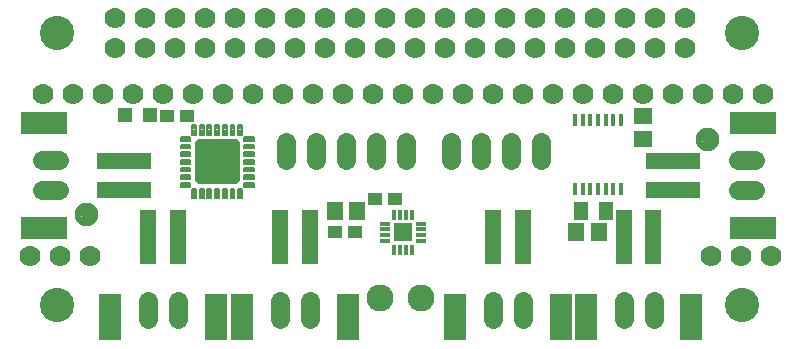
<source format=gbr>
G04 EAGLE Gerber RS-274X export*
G75*
%MOMM*%
%FSLAX34Y34*%
%LPD*%
%INSoldermask Top*%
%IPPOS*%
%AMOC8*
5,1,8,0,0,1.08239X$1,22.5*%
G01*
%ADD10C,2.901600*%
%ADD11C,1.778000*%
%ADD12C,0.180575*%
%ADD13C,0.836350*%
%ADD14R,1.401600X4.601600*%
%ADD15R,1.901600X4.001600*%
%ADD16R,4.601600X1.401600*%
%ADD17R,4.001600X1.901600*%
%ADD18C,1.609600*%
%ADD19C,1.101600*%
%ADD20C,0.500000*%
%ADD21R,0.406400X1.092200*%
%ADD22R,1.301600X1.601600*%
%ADD23R,1.601600X1.341600*%
%ADD24R,1.341600X1.601600*%
%ADD25R,1.601600X1.601600*%
%ADD26R,0.350000X0.880000*%
%ADD27R,0.880000X0.350000*%
%ADD28R,1.176600X1.101600*%
%ADD29C,2.286000*%
%ADD30R,1.301600X1.301600*%


D10*
X35000Y35000D03*
X35000Y265000D03*
X615000Y265000D03*
X615000Y35000D03*
D11*
X83700Y252300D03*
X83700Y277700D03*
X109100Y252300D03*
X109100Y277700D03*
X134500Y252300D03*
X134500Y277700D03*
X159900Y252300D03*
X159900Y277700D03*
X185300Y252300D03*
X185300Y277700D03*
X210700Y252300D03*
X210700Y277700D03*
X236100Y252300D03*
X236100Y277700D03*
X261500Y252300D03*
X261500Y277700D03*
X286900Y252300D03*
X286900Y277700D03*
X312300Y252300D03*
X312300Y277700D03*
X337700Y252300D03*
X337700Y277700D03*
X363100Y252300D03*
X363100Y277700D03*
X388500Y252300D03*
X388500Y277700D03*
X413900Y252300D03*
X413900Y277700D03*
X439300Y252300D03*
X439300Y277700D03*
X464700Y252300D03*
X464700Y277700D03*
X490100Y252300D03*
X490100Y277700D03*
X515500Y252300D03*
X515500Y277700D03*
X540900Y252300D03*
X540900Y277700D03*
X566300Y252300D03*
X566300Y277700D03*
X22860Y213360D03*
X48260Y213360D03*
X73660Y213360D03*
X99060Y213360D03*
X124460Y213360D03*
X149860Y213360D03*
X175260Y213360D03*
X200660Y213360D03*
X226060Y213360D03*
X251460Y213360D03*
X276860Y213360D03*
X302260Y213360D03*
X327660Y213360D03*
X353060Y213360D03*
X378460Y213360D03*
X403860Y213360D03*
X429260Y213360D03*
X454660Y213360D03*
X480060Y213360D03*
X505460Y213360D03*
X530860Y213360D03*
X556260Y213360D03*
X581660Y213360D03*
X607060Y213360D03*
X632460Y213360D03*
D12*
X188075Y187065D02*
X188075Y179355D01*
X188075Y187065D02*
X191285Y187065D01*
X191285Y179355D01*
X188075Y179355D01*
X188075Y181071D02*
X191285Y181071D01*
X191285Y182787D02*
X188075Y182787D01*
X188075Y184503D02*
X191285Y184503D01*
X191285Y186219D02*
X188075Y186219D01*
X181575Y187065D02*
X181575Y179355D01*
X181575Y187065D02*
X184785Y187065D01*
X184785Y179355D01*
X181575Y179355D01*
X181575Y181071D02*
X184785Y181071D01*
X184785Y182787D02*
X181575Y182787D01*
X181575Y184503D02*
X184785Y184503D01*
X184785Y186219D02*
X181575Y186219D01*
X175075Y187065D02*
X175075Y179355D01*
X175075Y187065D02*
X178285Y187065D01*
X178285Y179355D01*
X175075Y179355D01*
X175075Y181071D02*
X178285Y181071D01*
X178285Y182787D02*
X175075Y182787D01*
X175075Y184503D02*
X178285Y184503D01*
X178285Y186219D02*
X175075Y186219D01*
X168575Y187065D02*
X168575Y179355D01*
X168575Y187065D02*
X171785Y187065D01*
X171785Y179355D01*
X168575Y179355D01*
X168575Y181071D02*
X171785Y181071D01*
X171785Y182787D02*
X168575Y182787D01*
X168575Y184503D02*
X171785Y184503D01*
X171785Y186219D02*
X168575Y186219D01*
X162075Y187065D02*
X162075Y179355D01*
X162075Y187065D02*
X165285Y187065D01*
X165285Y179355D01*
X162075Y179355D01*
X162075Y181071D02*
X165285Y181071D01*
X165285Y182787D02*
X162075Y182787D01*
X162075Y184503D02*
X165285Y184503D01*
X165285Y186219D02*
X162075Y186219D01*
X155575Y187065D02*
X155575Y179355D01*
X155575Y187065D02*
X158785Y187065D01*
X158785Y179355D01*
X155575Y179355D01*
X155575Y181071D02*
X158785Y181071D01*
X158785Y182787D02*
X155575Y182787D01*
X155575Y184503D02*
X158785Y184503D01*
X158785Y186219D02*
X155575Y186219D01*
X149075Y187065D02*
X149075Y179355D01*
X149075Y187065D02*
X152285Y187065D01*
X152285Y179355D01*
X149075Y179355D01*
X149075Y181071D02*
X152285Y181071D01*
X152285Y182787D02*
X149075Y182787D01*
X149075Y184503D02*
X152285Y184503D01*
X152285Y186219D02*
X149075Y186219D01*
X139325Y177315D02*
X139325Y174105D01*
X139325Y177315D02*
X147035Y177315D01*
X147035Y174105D01*
X139325Y174105D01*
X139325Y175821D02*
X147035Y175821D01*
X139325Y170815D02*
X139325Y167605D01*
X139325Y170815D02*
X147035Y170815D01*
X147035Y167605D01*
X139325Y167605D01*
X139325Y169321D02*
X147035Y169321D01*
X139325Y164315D02*
X139325Y161105D01*
X139325Y164315D02*
X147035Y164315D01*
X147035Y161105D01*
X139325Y161105D01*
X139325Y162821D02*
X147035Y162821D01*
X139325Y157815D02*
X139325Y154605D01*
X139325Y157815D02*
X147035Y157815D01*
X147035Y154605D01*
X139325Y154605D01*
X139325Y156321D02*
X147035Y156321D01*
X139325Y151315D02*
X139325Y148105D01*
X139325Y151315D02*
X147035Y151315D01*
X147035Y148105D01*
X139325Y148105D01*
X139325Y149821D02*
X147035Y149821D01*
X139325Y144815D02*
X139325Y141605D01*
X139325Y144815D02*
X147035Y144815D01*
X147035Y141605D01*
X139325Y141605D01*
X139325Y143321D02*
X147035Y143321D01*
X139325Y138315D02*
X139325Y135105D01*
X139325Y138315D02*
X147035Y138315D01*
X147035Y135105D01*
X139325Y135105D01*
X139325Y136821D02*
X147035Y136821D01*
X149075Y133065D02*
X149075Y125355D01*
X149075Y133065D02*
X152285Y133065D01*
X152285Y125355D01*
X149075Y125355D01*
X149075Y127071D02*
X152285Y127071D01*
X152285Y128787D02*
X149075Y128787D01*
X149075Y130503D02*
X152285Y130503D01*
X152285Y132219D02*
X149075Y132219D01*
X155575Y133065D02*
X155575Y125355D01*
X155575Y133065D02*
X158785Y133065D01*
X158785Y125355D01*
X155575Y125355D01*
X155575Y127071D02*
X158785Y127071D01*
X158785Y128787D02*
X155575Y128787D01*
X155575Y130503D02*
X158785Y130503D01*
X158785Y132219D02*
X155575Y132219D01*
X162075Y133065D02*
X162075Y125355D01*
X162075Y133065D02*
X165285Y133065D01*
X165285Y125355D01*
X162075Y125355D01*
X162075Y127071D02*
X165285Y127071D01*
X165285Y128787D02*
X162075Y128787D01*
X162075Y130503D02*
X165285Y130503D01*
X165285Y132219D02*
X162075Y132219D01*
X168575Y133065D02*
X168575Y125355D01*
X168575Y133065D02*
X171785Y133065D01*
X171785Y125355D01*
X168575Y125355D01*
X168575Y127071D02*
X171785Y127071D01*
X171785Y128787D02*
X168575Y128787D01*
X168575Y130503D02*
X171785Y130503D01*
X171785Y132219D02*
X168575Y132219D01*
X175075Y133065D02*
X175075Y125355D01*
X175075Y133065D02*
X178285Y133065D01*
X178285Y125355D01*
X175075Y125355D01*
X175075Y127071D02*
X178285Y127071D01*
X178285Y128787D02*
X175075Y128787D01*
X175075Y130503D02*
X178285Y130503D01*
X178285Y132219D02*
X175075Y132219D01*
X181575Y133065D02*
X181575Y125355D01*
X181575Y133065D02*
X184785Y133065D01*
X184785Y125355D01*
X181575Y125355D01*
X181575Y127071D02*
X184785Y127071D01*
X184785Y128787D02*
X181575Y128787D01*
X181575Y130503D02*
X184785Y130503D01*
X184785Y132219D02*
X181575Y132219D01*
X188075Y133065D02*
X188075Y125355D01*
X188075Y133065D02*
X191285Y133065D01*
X191285Y125355D01*
X188075Y125355D01*
X188075Y127071D02*
X191285Y127071D01*
X191285Y128787D02*
X188075Y128787D01*
X188075Y130503D02*
X191285Y130503D01*
X191285Y132219D02*
X188075Y132219D01*
X193325Y135105D02*
X193325Y138315D01*
X201035Y138315D01*
X201035Y135105D01*
X193325Y135105D01*
X193325Y136821D02*
X201035Y136821D01*
X193325Y141605D02*
X193325Y144815D01*
X201035Y144815D01*
X201035Y141605D01*
X193325Y141605D01*
X193325Y143321D02*
X201035Y143321D01*
X193325Y148105D02*
X193325Y151315D01*
X201035Y151315D01*
X201035Y148105D01*
X193325Y148105D01*
X193325Y149821D02*
X201035Y149821D01*
X193325Y154605D02*
X193325Y157815D01*
X201035Y157815D01*
X201035Y154605D01*
X193325Y154605D01*
X193325Y156321D02*
X201035Y156321D01*
X193325Y161105D02*
X193325Y164315D01*
X201035Y164315D01*
X201035Y161105D01*
X193325Y161105D01*
X193325Y162821D02*
X201035Y162821D01*
X193325Y167605D02*
X193325Y170815D01*
X201035Y170815D01*
X201035Y167605D01*
X193325Y167605D01*
X193325Y169321D02*
X201035Y169321D01*
X193325Y174105D02*
X193325Y177315D01*
X201035Y177315D01*
X201035Y174105D01*
X193325Y174105D01*
X193325Y175821D02*
X201035Y175821D01*
D13*
X155354Y171036D02*
X155354Y141384D01*
X155354Y171036D02*
X185006Y171036D01*
X185006Y141384D01*
X155354Y141384D01*
X155354Y149330D02*
X185006Y149330D01*
X185006Y157276D02*
X155354Y157276D01*
X155354Y165222D02*
X185006Y165222D01*
D14*
X539550Y92850D03*
X514550Y92850D03*
D15*
X571550Y24850D03*
X482550Y24850D03*
D14*
X429060Y92850D03*
X404060Y92850D03*
D15*
X461060Y24850D03*
X372060Y24850D03*
D14*
X248720Y92850D03*
X223720Y92850D03*
D15*
X280720Y24850D03*
X191720Y24850D03*
D16*
X91580Y132280D03*
X91580Y157280D03*
D17*
X23580Y100280D03*
X23580Y189280D03*
D14*
X136960Y92850D03*
X111960Y92850D03*
D15*
X168960Y24850D03*
X79960Y24850D03*
D18*
X330200Y157560D02*
X330200Y172640D01*
X304800Y172640D02*
X304800Y157560D01*
X279400Y157560D02*
X279400Y172640D01*
X254000Y172640D02*
X254000Y157560D01*
X228600Y157560D02*
X228600Y172640D01*
D19*
X585470Y175260D03*
D20*
X585470Y182760D02*
X585289Y182758D01*
X585108Y182751D01*
X584927Y182740D01*
X584746Y182725D01*
X584566Y182705D01*
X584386Y182681D01*
X584207Y182653D01*
X584029Y182620D01*
X583852Y182583D01*
X583675Y182542D01*
X583500Y182497D01*
X583325Y182447D01*
X583152Y182393D01*
X582981Y182335D01*
X582810Y182273D01*
X582642Y182206D01*
X582475Y182136D01*
X582309Y182062D01*
X582146Y181983D01*
X581985Y181901D01*
X581825Y181815D01*
X581668Y181725D01*
X581513Y181631D01*
X581360Y181534D01*
X581210Y181432D01*
X581062Y181328D01*
X580916Y181219D01*
X580774Y181108D01*
X580634Y180992D01*
X580497Y180874D01*
X580362Y180752D01*
X580231Y180627D01*
X580103Y180499D01*
X579978Y180368D01*
X579856Y180233D01*
X579738Y180096D01*
X579622Y179956D01*
X579511Y179814D01*
X579402Y179668D01*
X579298Y179520D01*
X579196Y179370D01*
X579099Y179217D01*
X579005Y179062D01*
X578915Y178905D01*
X578829Y178745D01*
X578747Y178584D01*
X578668Y178421D01*
X578594Y178255D01*
X578524Y178088D01*
X578457Y177920D01*
X578395Y177749D01*
X578337Y177578D01*
X578283Y177405D01*
X578233Y177230D01*
X578188Y177055D01*
X578147Y176878D01*
X578110Y176701D01*
X578077Y176523D01*
X578049Y176344D01*
X578025Y176164D01*
X578005Y175984D01*
X577990Y175803D01*
X577979Y175622D01*
X577972Y175441D01*
X577970Y175260D01*
X585470Y182760D02*
X585651Y182758D01*
X585832Y182751D01*
X586013Y182740D01*
X586194Y182725D01*
X586374Y182705D01*
X586554Y182681D01*
X586733Y182653D01*
X586911Y182620D01*
X587088Y182583D01*
X587265Y182542D01*
X587440Y182497D01*
X587615Y182447D01*
X587788Y182393D01*
X587959Y182335D01*
X588130Y182273D01*
X588298Y182206D01*
X588465Y182136D01*
X588631Y182062D01*
X588794Y181983D01*
X588955Y181901D01*
X589115Y181815D01*
X589272Y181725D01*
X589427Y181631D01*
X589580Y181534D01*
X589730Y181432D01*
X589878Y181328D01*
X590024Y181219D01*
X590166Y181108D01*
X590306Y180992D01*
X590443Y180874D01*
X590578Y180752D01*
X590709Y180627D01*
X590837Y180499D01*
X590962Y180368D01*
X591084Y180233D01*
X591202Y180096D01*
X591318Y179956D01*
X591429Y179814D01*
X591538Y179668D01*
X591642Y179520D01*
X591744Y179370D01*
X591841Y179217D01*
X591935Y179062D01*
X592025Y178905D01*
X592111Y178745D01*
X592193Y178584D01*
X592272Y178421D01*
X592346Y178255D01*
X592416Y178088D01*
X592483Y177920D01*
X592545Y177749D01*
X592603Y177578D01*
X592657Y177405D01*
X592707Y177230D01*
X592752Y177055D01*
X592793Y176878D01*
X592830Y176701D01*
X592863Y176523D01*
X592891Y176344D01*
X592915Y176164D01*
X592935Y175984D01*
X592950Y175803D01*
X592961Y175622D01*
X592968Y175441D01*
X592970Y175260D01*
X592968Y175079D01*
X592961Y174898D01*
X592950Y174717D01*
X592935Y174536D01*
X592915Y174356D01*
X592891Y174176D01*
X592863Y173997D01*
X592830Y173819D01*
X592793Y173642D01*
X592752Y173465D01*
X592707Y173290D01*
X592657Y173115D01*
X592603Y172942D01*
X592545Y172771D01*
X592483Y172600D01*
X592416Y172432D01*
X592346Y172265D01*
X592272Y172099D01*
X592193Y171936D01*
X592111Y171775D01*
X592025Y171615D01*
X591935Y171458D01*
X591841Y171303D01*
X591744Y171150D01*
X591642Y171000D01*
X591538Y170852D01*
X591429Y170706D01*
X591318Y170564D01*
X591202Y170424D01*
X591084Y170287D01*
X590962Y170152D01*
X590837Y170021D01*
X590709Y169893D01*
X590578Y169768D01*
X590443Y169646D01*
X590306Y169528D01*
X590166Y169412D01*
X590024Y169301D01*
X589878Y169192D01*
X589730Y169088D01*
X589580Y168986D01*
X589427Y168889D01*
X589272Y168795D01*
X589115Y168705D01*
X588955Y168619D01*
X588794Y168537D01*
X588631Y168458D01*
X588465Y168384D01*
X588298Y168314D01*
X588130Y168247D01*
X587959Y168185D01*
X587788Y168127D01*
X587615Y168073D01*
X587440Y168023D01*
X587265Y167978D01*
X587088Y167937D01*
X586911Y167900D01*
X586733Y167867D01*
X586554Y167839D01*
X586374Y167815D01*
X586194Y167795D01*
X586013Y167780D01*
X585832Y167769D01*
X585651Y167762D01*
X585470Y167760D01*
X585289Y167762D01*
X585108Y167769D01*
X584927Y167780D01*
X584746Y167795D01*
X584566Y167815D01*
X584386Y167839D01*
X584207Y167867D01*
X584029Y167900D01*
X583852Y167937D01*
X583675Y167978D01*
X583500Y168023D01*
X583325Y168073D01*
X583152Y168127D01*
X582981Y168185D01*
X582810Y168247D01*
X582642Y168314D01*
X582475Y168384D01*
X582309Y168458D01*
X582146Y168537D01*
X581985Y168619D01*
X581825Y168705D01*
X581668Y168795D01*
X581513Y168889D01*
X581360Y168986D01*
X581210Y169088D01*
X581062Y169192D01*
X580916Y169301D01*
X580774Y169412D01*
X580634Y169528D01*
X580497Y169646D01*
X580362Y169768D01*
X580231Y169893D01*
X580103Y170021D01*
X579978Y170152D01*
X579856Y170287D01*
X579738Y170424D01*
X579622Y170564D01*
X579511Y170706D01*
X579402Y170852D01*
X579298Y171000D01*
X579196Y171150D01*
X579099Y171303D01*
X579005Y171458D01*
X578915Y171615D01*
X578829Y171775D01*
X578747Y171936D01*
X578668Y172099D01*
X578594Y172265D01*
X578524Y172432D01*
X578457Y172600D01*
X578395Y172771D01*
X578337Y172942D01*
X578283Y173115D01*
X578233Y173290D01*
X578188Y173465D01*
X578147Y173642D01*
X578110Y173819D01*
X578077Y173997D01*
X578049Y174176D01*
X578025Y174356D01*
X578005Y174536D01*
X577990Y174717D01*
X577979Y174898D01*
X577972Y175079D01*
X577970Y175260D01*
D19*
X59690Y111760D03*
D20*
X59690Y119260D02*
X59509Y119258D01*
X59328Y119251D01*
X59147Y119240D01*
X58966Y119225D01*
X58786Y119205D01*
X58606Y119181D01*
X58427Y119153D01*
X58249Y119120D01*
X58072Y119083D01*
X57895Y119042D01*
X57720Y118997D01*
X57545Y118947D01*
X57372Y118893D01*
X57201Y118835D01*
X57030Y118773D01*
X56862Y118706D01*
X56695Y118636D01*
X56529Y118562D01*
X56366Y118483D01*
X56205Y118401D01*
X56045Y118315D01*
X55888Y118225D01*
X55733Y118131D01*
X55580Y118034D01*
X55430Y117932D01*
X55282Y117828D01*
X55136Y117719D01*
X54994Y117608D01*
X54854Y117492D01*
X54717Y117374D01*
X54582Y117252D01*
X54451Y117127D01*
X54323Y116999D01*
X54198Y116868D01*
X54076Y116733D01*
X53958Y116596D01*
X53842Y116456D01*
X53731Y116314D01*
X53622Y116168D01*
X53518Y116020D01*
X53416Y115870D01*
X53319Y115717D01*
X53225Y115562D01*
X53135Y115405D01*
X53049Y115245D01*
X52967Y115084D01*
X52888Y114921D01*
X52814Y114755D01*
X52744Y114588D01*
X52677Y114420D01*
X52615Y114249D01*
X52557Y114078D01*
X52503Y113905D01*
X52453Y113730D01*
X52408Y113555D01*
X52367Y113378D01*
X52330Y113201D01*
X52297Y113023D01*
X52269Y112844D01*
X52245Y112664D01*
X52225Y112484D01*
X52210Y112303D01*
X52199Y112122D01*
X52192Y111941D01*
X52190Y111760D01*
X59690Y119260D02*
X59871Y119258D01*
X60052Y119251D01*
X60233Y119240D01*
X60414Y119225D01*
X60594Y119205D01*
X60774Y119181D01*
X60953Y119153D01*
X61131Y119120D01*
X61308Y119083D01*
X61485Y119042D01*
X61660Y118997D01*
X61835Y118947D01*
X62008Y118893D01*
X62179Y118835D01*
X62350Y118773D01*
X62518Y118706D01*
X62685Y118636D01*
X62851Y118562D01*
X63014Y118483D01*
X63175Y118401D01*
X63335Y118315D01*
X63492Y118225D01*
X63647Y118131D01*
X63800Y118034D01*
X63950Y117932D01*
X64098Y117828D01*
X64244Y117719D01*
X64386Y117608D01*
X64526Y117492D01*
X64663Y117374D01*
X64798Y117252D01*
X64929Y117127D01*
X65057Y116999D01*
X65182Y116868D01*
X65304Y116733D01*
X65422Y116596D01*
X65538Y116456D01*
X65649Y116314D01*
X65758Y116168D01*
X65862Y116020D01*
X65964Y115870D01*
X66061Y115717D01*
X66155Y115562D01*
X66245Y115405D01*
X66331Y115245D01*
X66413Y115084D01*
X66492Y114921D01*
X66566Y114755D01*
X66636Y114588D01*
X66703Y114420D01*
X66765Y114249D01*
X66823Y114078D01*
X66877Y113905D01*
X66927Y113730D01*
X66972Y113555D01*
X67013Y113378D01*
X67050Y113201D01*
X67083Y113023D01*
X67111Y112844D01*
X67135Y112664D01*
X67155Y112484D01*
X67170Y112303D01*
X67181Y112122D01*
X67188Y111941D01*
X67190Y111760D01*
X67188Y111579D01*
X67181Y111398D01*
X67170Y111217D01*
X67155Y111036D01*
X67135Y110856D01*
X67111Y110676D01*
X67083Y110497D01*
X67050Y110319D01*
X67013Y110142D01*
X66972Y109965D01*
X66927Y109790D01*
X66877Y109615D01*
X66823Y109442D01*
X66765Y109271D01*
X66703Y109100D01*
X66636Y108932D01*
X66566Y108765D01*
X66492Y108599D01*
X66413Y108436D01*
X66331Y108275D01*
X66245Y108115D01*
X66155Y107958D01*
X66061Y107803D01*
X65964Y107650D01*
X65862Y107500D01*
X65758Y107352D01*
X65649Y107206D01*
X65538Y107064D01*
X65422Y106924D01*
X65304Y106787D01*
X65182Y106652D01*
X65057Y106521D01*
X64929Y106393D01*
X64798Y106268D01*
X64663Y106146D01*
X64526Y106028D01*
X64386Y105912D01*
X64244Y105801D01*
X64098Y105692D01*
X63950Y105588D01*
X63800Y105486D01*
X63647Y105389D01*
X63492Y105295D01*
X63335Y105205D01*
X63175Y105119D01*
X63014Y105037D01*
X62851Y104958D01*
X62685Y104884D01*
X62518Y104814D01*
X62350Y104747D01*
X62179Y104685D01*
X62008Y104627D01*
X61835Y104573D01*
X61660Y104523D01*
X61485Y104478D01*
X61308Y104437D01*
X61131Y104400D01*
X60953Y104367D01*
X60774Y104339D01*
X60594Y104315D01*
X60414Y104295D01*
X60233Y104280D01*
X60052Y104269D01*
X59871Y104262D01*
X59690Y104260D01*
X59509Y104262D01*
X59328Y104269D01*
X59147Y104280D01*
X58966Y104295D01*
X58786Y104315D01*
X58606Y104339D01*
X58427Y104367D01*
X58249Y104400D01*
X58072Y104437D01*
X57895Y104478D01*
X57720Y104523D01*
X57545Y104573D01*
X57372Y104627D01*
X57201Y104685D01*
X57030Y104747D01*
X56862Y104814D01*
X56695Y104884D01*
X56529Y104958D01*
X56366Y105037D01*
X56205Y105119D01*
X56045Y105205D01*
X55888Y105295D01*
X55733Y105389D01*
X55580Y105486D01*
X55430Y105588D01*
X55282Y105692D01*
X55136Y105801D01*
X54994Y105912D01*
X54854Y106028D01*
X54717Y106146D01*
X54582Y106268D01*
X54451Y106393D01*
X54323Y106521D01*
X54198Y106652D01*
X54076Y106787D01*
X53958Y106924D01*
X53842Y107064D01*
X53731Y107206D01*
X53622Y107352D01*
X53518Y107500D01*
X53416Y107650D01*
X53319Y107803D01*
X53225Y107958D01*
X53135Y108115D01*
X53049Y108275D01*
X52967Y108436D01*
X52888Y108599D01*
X52814Y108765D01*
X52744Y108932D01*
X52677Y109100D01*
X52615Y109271D01*
X52557Y109442D01*
X52503Y109615D01*
X52453Y109790D01*
X52408Y109965D01*
X52367Y110142D01*
X52330Y110319D01*
X52297Y110497D01*
X52269Y110676D01*
X52245Y110856D01*
X52225Y111036D01*
X52210Y111217D01*
X52199Y111398D01*
X52192Y111579D01*
X52190Y111760D01*
D16*
X556120Y157280D03*
X556120Y132280D03*
D17*
X624120Y189280D03*
X624120Y100280D03*
D21*
X473260Y133382D03*
X479760Y133382D03*
X486260Y133382D03*
X492760Y133382D03*
X499260Y133382D03*
X505760Y133382D03*
X512260Y133382D03*
X512260Y191738D03*
X505760Y191738D03*
X499260Y191738D03*
X492760Y191738D03*
X486260Y191738D03*
X479760Y191738D03*
X473260Y191738D03*
D22*
X478450Y114300D03*
X499450Y114300D03*
D23*
X530860Y194920D03*
X530860Y175920D03*
D24*
X493370Y96520D03*
X474370Y96520D03*
D25*
X327660Y96520D03*
D26*
X335160Y111520D03*
X330160Y111520D03*
X325160Y111520D03*
X320160Y111520D03*
D27*
X312660Y104020D03*
X312660Y99020D03*
X312660Y94020D03*
X312660Y89020D03*
D26*
X320160Y81520D03*
X325160Y81520D03*
X330160Y81520D03*
X335160Y81520D03*
D27*
X342660Y89020D03*
X342660Y94020D03*
X342660Y99020D03*
X342660Y104020D03*
D28*
X320920Y124460D03*
X303920Y124460D03*
X286630Y96520D03*
X269630Y96520D03*
D24*
X288900Y114300D03*
X269900Y114300D03*
D29*
X343120Y40640D03*
X308120Y40640D03*
D18*
X444500Y157560D02*
X444500Y172640D01*
X419100Y172640D02*
X419100Y157560D01*
X393700Y157560D02*
X393700Y172640D01*
X368300Y172640D02*
X368300Y157560D01*
D11*
X588010Y76200D03*
X613410Y76200D03*
X638810Y76200D03*
X11430Y76200D03*
X36830Y76200D03*
X62230Y76200D03*
D18*
X429260Y38020D02*
X429260Y22940D01*
X403860Y22940D02*
X403860Y38020D01*
X539750Y38020D02*
X539750Y22940D01*
X514350Y22940D02*
X514350Y38020D01*
X610950Y157480D02*
X626030Y157480D01*
X626030Y132080D02*
X610950Y132080D01*
X248920Y38020D02*
X248920Y22940D01*
X223520Y22940D02*
X223520Y38020D01*
X137160Y38020D02*
X137160Y22940D01*
X111760Y22940D02*
X111760Y38020D01*
X36750Y132080D02*
X21670Y132080D01*
X21670Y157480D02*
X36750Y157480D01*
D30*
X113370Y195580D03*
X92370Y195580D03*
D28*
X127390Y194945D03*
X144390Y194945D03*
M02*

</source>
